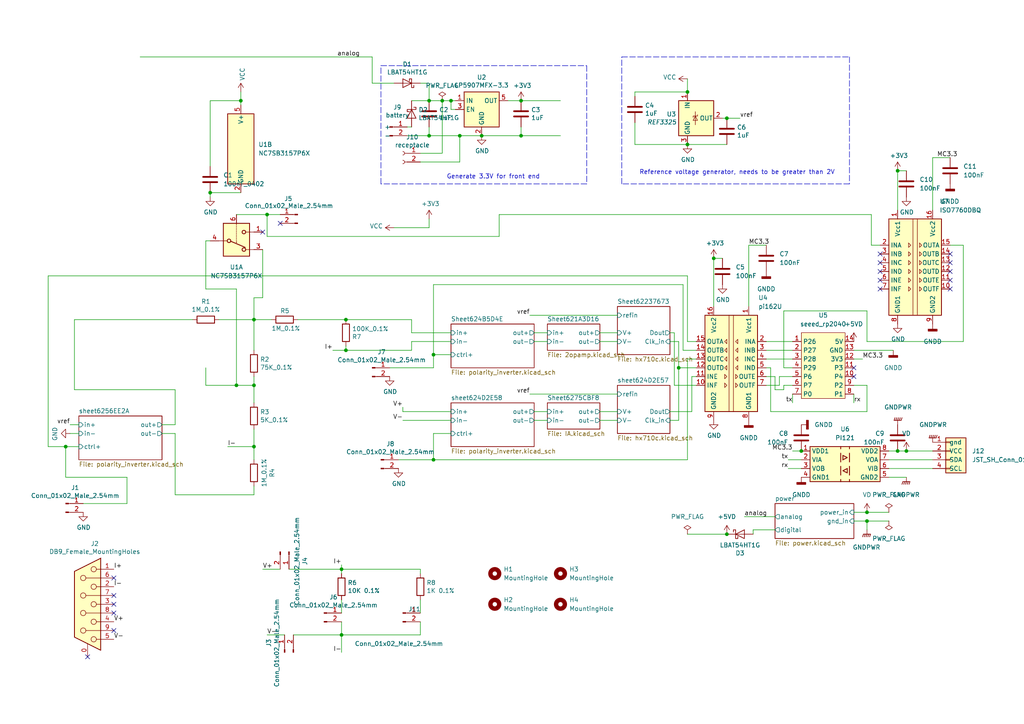
<source format=kicad_sch>
(kicad_sch (version 20211123) (generator eeschema)
  (paper "A4")
  (lib_symbols
    (symbol "0JLC-6:100K_0.1%" (pin_numbers hide) (pin_names (offset 0))
      (property "Reference" "R" (at 2.032 0 90))
      (property "Value" "100K_0.1%" (at 0 0 90))
      (symbol "100K_0.1%_1_1"
        (pin passive line (at 0 3.81 270) (length 1.27) (name "~") (number "1"))
        (pin passive line (at 0 -3.81 90) (length 1.27) (name "~") (number "2"))
      )
    )
    (symbol "0JLC-6:100nF" (pin_numbers hide) (pin_names (offset 0.254))
      (property "Reference" "C" (at 0.635 2.54 0))
      (property "Value" "100nF" (at 0.635 -2.54 0))
      (symbol "100nF_1_1"
        (pin passive line (at 0 3.81 270) (length 2.794) (name "~") (number "1"))
        (pin passive line (at 0 -3.81 90) (length 2.794) (name "~") (number "2"))
      )
    )
    (symbol "0JLC-6:100nF_0402" (pin_numbers hide) (pin_names (offset 0.254))
      (property "Reference" "C" (at 0.635 2.54 0))
      (property "Value" "100nF_0402" (at 0.635 -2.54 0))
      (symbol "100nF_0402_1_1"
        (pin passive line (at 0 3.81 270) (length 2.794) (name "~") (number "1"))
        (pin passive line (at 0 -3.81 90) (length 2.794) (name "~") (number "2"))
      )
    )
    (symbol "0JLC-6:10K" (pin_numbers hide) (pin_names (offset 0))
      (property "Reference" "R" (at 2.032 0 90))
      (property "Value" "10K" (at 0 0 90))
      (symbol "10K_1_1"
        (pin passive line (at 0 3.81 270) (length 1.27) (name "~") (number "1"))
        (pin passive line (at 0 -3.81 90) (length 1.27) (name "~") (number "2"))
      )
    )
    (symbol "0JLC-6:1K" (pin_numbers hide) (pin_names (offset 0))
      (property "Reference" "R" (at 2.032 0 90))
      (property "Value" "1K" (at 0 0 90))
      (symbol "1K_1_1"
        (pin passive line (at 0 3.81 270) (length 1.27) (name "~") (number "1"))
        (pin passive line (at 0 -3.81 90) (length 1.27) (name "~") (number "2"))
      )
    )
    (symbol "0JLC-6:1M_0.1%" (pin_numbers hide) (pin_names (offset 0))
      (property "Reference" "R" (at 2.032 0 90))
      (property "Value" "1M_0.1%" (at 0 0 90))
      (symbol "1M_0.1%_1_1"
        (pin passive line (at 0 3.81 270) (length 1.27) (name "~") (number "1"))
        (pin passive line (at 0 -3.81 90) (length 1.27) (name "~") (number "2"))
      )
    )
    (symbol "0JLC-6:1uF" (pin_numbers hide) (pin_names (offset 0.254))
      (property "Reference" "C" (at 0.635 2.54 0))
      (property "Value" "1uF" (at 0.635 -2.54 0))
      (symbol "1uF_1_1"
        (pin passive line (at 0 3.81 270) (length 2.794) (name "~") (number "1"))
        (pin passive line (at 0 -3.81 90) (length 2.794) (name "~") (number "2"))
      )
    )
    (symbol "0JLC-6:5K_0.1%" (pin_numbers hide) (pin_names (offset 0))
      (property "Reference" "R" (at 2.032 0 90))
      (property "Value" "5K_0.1%" (at 0 0 90))
      (symbol "5K_0.1%_1_1"
        (pin passive line (at 0 3.81 270) (length 1.27) (name "~") (number "1"))
        (pin passive line (at 0 -3.81 90) (length 1.27) (name "~") (number "2"))
      )
    )
    (symbol "0JLC-6:75K_0.1%" (pin_numbers hide) (pin_names (offset 0))
      (property "Reference" "R" (at 2.032 0 90))
      (property "Value" "75K_0.1%" (at 0 0 90))
      (symbol "75K_0.1%_1_1"
        (pin passive line (at 0 3.81 270) (length 1.27) (name "~") (number "1"))
        (pin passive line (at 0 -3.81 90) (length 1.27) (name "~") (number "2"))
      )
    )
    (symbol "0JLC-6:Conn_01x02_Male_2.54mm" (pin_names (offset 1.016) hide)
      (property "Reference" "J" (at 0 2.54 0))
      (property "Value" "Conn_01x02_Male_2.54mm" (at 0 -5.08 0))
      (symbol "Conn_01x02_Male_2.54mm_1_1"
        (pin passive line (at 5.08 0 180) (length 3.81) (name "Pin_1") (number "1"))
        (pin passive line (at 5.08 -2.54 180) (length 3.81) (name "Pin_2") (number "2"))
      )
    )
    (symbol "0JLC-6:JST-B2B-PH" (pin_names (offset 1.016))
      (property "Reference" "J" (at 0 2.54 0))
      (property "Value" "JST-B2B-PH" (at 0 -5.08 0))
      (symbol "JST-B2B-PH_1_1"
        (pin passive line (at 5.08 0 180) (length 3.81) (name "+") (number "1"))
        (pin passive line (at 5.08 -2.54 180) (length 3.81) (name "-") (number "2"))
      )
    )
    (symbol "0JLC-6:JST_SH_Conn_01x04_i2c_horizontal" (pin_names (offset 1.016))
      (property "Reference" "J" (at 0 5.08 0))
      (property "Value" "JST_SH_Conn_01x04_i2c_horizontal" (at 0 -7.62 0))
      (symbol "JST_SH_Conn_01x04_i2c_horizontal_1_1"
        (pin passive line (at -5.08 2.54 0) (length 3.81) (name "gnd") (number "1"))
        (pin passive line (at -5.08 0 0) (length 3.81) (name "VCC") (number "2"))
        (pin passive line (at -5.08 -2.54 0) (length 3.81) (name "SDA") (number "3"))
        (pin passive line (at -5.08 -5.08 0) (length 3.81) (name "SCL") (number "4"))
      )
    )
    (symbol "0JLC-6:LBAT54HT1G" (pin_numbers hide) (pin_names (offset 1.016) hide)
      (property "Reference" "D" (at 0 2.54 0))
      (property "Value" "LBAT54HT1G" (at 0 -2.54 0))
      (symbol "LBAT54HT1G_1_1"
        (pin passive line (at -3.81 0 0) (length 2.54) (name "K") (number "1"))
        (pin passive line (at 3.81 0 180) (length 2.54) (name "A") (number "2"))
      )
    )
    (symbol "0JLC-6:LP5907MFX-3.3"
      (property "Reference" "U" (at -3.81 6.35 0))
      (property "Value" "LP5907MFX-3.3" (at 6.35 6.35 0))
      (symbol "LP5907MFX-3.3_0_1"
        (pin power_in line (at -7.62 2.54 0) (length 2.54) (name "IN") (number "1"))
        (pin power_in line (at 0 -7.62 90) (length 2.54) (name "GND") (number "2"))
        (pin input line (at -7.62 0 0) (length 2.54) (name "EN") (number "3"))
        (pin no_connect line (at 5.08 0 180) (length 2.54) hide (name "NC") (number "4"))
        (pin power_out line (at 7.62 2.54 180) (length 2.54) (name "OUT") (number "5"))
      )
    )
    (symbol "0JLC-6:PI121"
      (property "Reference" "U" (at -8.89 6.35 0))
      (property "Value" "PI121" (at 1.27 6.35 0))
      (symbol "PI121_1_1"
        (pin power_in line (at -12.7 3.81 0) (length 2.54) (name "VDD1") (number "1"))
        (pin input line (at -12.7 1.27 0) (length 2.54) (name "VIA") (number "2"))
        (pin output line (at -12.7 -1.27 0) (length 2.54) (name "VOB") (number "3"))
        (pin power_in line (at -12.7 -3.81 0) (length 2.54) (name "GND1") (number "4"))
        (pin power_in line (at 12.7 -3.81 180) (length 2.54) (name "GND2") (number "5"))
        (pin input line (at 12.7 -1.27 180) (length 2.54) (name "VIB") (number "6"))
        (pin output line (at 12.7 1.27 180) (length 2.54) (name "VOA") (number "7"))
        (pin power_in line (at 12.7 3.81 180) (length 2.54) (name "VDD2") (number "8"))
      )
    )
    (symbol "Analog_Switch:NC7SB3157P6X" (pin_names (offset 0.127))
      (property "Reference" "U" (at -3.175 4.699 0))
      (property "Value" "NC7SB3157P6X" (at -3.175 2.921 0))
      (symbol "NC7SB3157P6X_1_1"
        (pin passive line (at 7.62 -5.08 180) (length 2.54) (name "~") (number "1"))
        (pin passive line (at 7.62 0 180) (length 2.54) (name "~") (number "3"))
        (pin passive line (at -7.62 -2.54 0) (length 2.54) (name "~") (number "4"))
        (pin input line (at 0 -10.16 90) (length 2.54) (name "~") (number "6"))
      )
      (symbol "NC7SB3157P6X_2_0"
        (pin power_in line (at 0 -12.7 90) (length 2.54) (name "GND") (number "2"))
        (pin power_in line (at 0 12.7 270) (length 2.54) (name "V+") (number "5"))
      )
    )
    (symbol "Connector:Conn_01x02_Female" (pin_names (offset 1.016) hide)
      (property "Reference" "J" (at 0 2.54 0))
      (property "Value" "Conn_01x02_Female" (at 0 -5.08 0))
      (symbol "Conn_01x02_Female_1_1"
        (pin passive line (at -5.08 0 0) (length 3.81) (name "Pin_1") (number "1"))
        (pin passive line (at -5.08 -2.54 0) (length 3.81) (name "Pin_2") (number "2"))
      )
    )
    (symbol "Connector:DB9_Female_MountingHoles" (pin_names (offset 1.016) hide)
      (property "Reference" "J" (at 0 16.51 0))
      (property "Value" "DB9_Female_MountingHoles" (at 0 14.605 0))
      (symbol "DB9_Female_MountingHoles_1_1"
        (pin passive line (at 0 -15.24 90) (length 3.81) (name "PAD") (number "0"))
        (pin passive line (at -7.62 10.16 0) (length 3.81) (name "1") (number "1"))
        (pin passive line (at -7.62 5.08 0) (length 3.81) (name "2") (number "2"))
        (pin passive line (at -7.62 0 0) (length 3.81) (name "3") (number "3"))
        (pin passive line (at -7.62 -5.08 0) (length 3.81) (name "4") (number "4"))
        (pin passive line (at -7.62 -10.16 0) (length 3.81) (name "5") (number "5"))
        (pin passive line (at -7.62 7.62 0) (length 3.81) (name "6") (number "6"))
        (pin passive line (at -7.62 2.54 0) (length 3.81) (name "7") (number "7"))
        (pin passive line (at -7.62 -2.54 0) (length 3.81) (name "8") (number "8"))
        (pin passive line (at -7.62 -7.62 0) (length 3.81) (name "9") (number "9"))
      )
    )
    (symbol "Isolator:ISO7760DBQ"
      (property "Reference" "U" (at 8.255 14.605 0))
      (property "Value" "ISO7760DBQ" (at 8.255 12.065 0))
      (symbol "ISO7760DBQ_1_1"
        (pin power_in line (at -5.08 17.78 270) (length 2.54) (name "Vcc1") (number "1"))
        (pin output line (at 10.16 -5.08 180) (length 2.54) (name "OUTF") (number "10"))
        (pin output line (at 10.16 -2.54 180) (length 2.54) (name "OUTE") (number "11"))
        (pin output line (at 10.16 0 180) (length 2.54) (name "OUTD") (number "12"))
        (pin output line (at 10.16 2.54 180) (length 2.54) (name "OUTC") (number "13"))
        (pin output line (at 10.16 5.08 180) (length 2.54) (name "OUTB") (number "14"))
        (pin output line (at 10.16 7.62 180) (length 2.54) (name "OUTA") (number "15"))
        (pin power_in line (at 5.08 17.78 270) (length 2.54) (name "Vcc2") (number "16"))
        (pin input line (at -10.16 7.62 0) (length 2.54) (name "INA") (number "2"))
        (pin input line (at -10.16 5.08 0) (length 2.54) (name "INB") (number "3"))
        (pin input line (at -10.16 2.54 0) (length 2.54) (name "INC") (number "4"))
        (pin input line (at -10.16 0 0) (length 2.54) (name "IND") (number "5"))
        (pin input line (at -10.16 -2.54 0) (length 2.54) (name "INE") (number "6"))
        (pin input line (at -10.16 -5.08 0) (length 2.54) (name "INF") (number "7"))
        (pin power_in line (at -5.08 -15.24 90) (length 2.54) (name "GND1") (number "8"))
        (pin power_in line (at 5.08 -15.24 90) (length 2.54) (name "GND2") (number "9"))
      )
    )
    (symbol "Isolator:ISO7762DW"
      (property "Reference" "U" (at 8.255 14.605 0))
      (property "Value" "ISO7762DW" (at 8.255 12.065 0))
      (symbol "ISO7762DW_1_1"
        (pin power_in line (at -5.08 17.78 270) (length 2.54) (name "Vcc1") (number "1"))
        (pin input line (at 10.16 -5.08 180) (length 2.54) (name "INF") (number "10"))
        (pin input line (at 10.16 -2.54 180) (length 2.54) (name "INE") (number "11"))
        (pin output line (at 10.16 0 180) (length 2.54) (name "OUTD") (number "12"))
        (pin output line (at 10.16 2.54 180) (length 2.54) (name "OUTC") (number "13"))
        (pin output line (at 10.16 5.08 180) (length 2.54) (name "OUTB") (number "14"))
        (pin output line (at 10.16 7.62 180) (length 2.54) (name "OUTA") (number "15"))
        (pin power_in line (at 5.08 17.78 270) (length 2.54) (name "Vcc2") (number "16"))
        (pin input line (at -10.16 7.62 0) (length 2.54) (name "INA") (number "2"))
        (pin input line (at -10.16 5.08 0) (length 2.54) (name "INB") (number "3"))
        (pin input line (at -10.16 2.54 0) (length 2.54) (name "INC") (number "4"))
        (pin input line (at -10.16 0 0) (length 2.54) (name "IND") (number "5"))
        (pin output line (at -10.16 -2.54 0) (length 2.54) (name "OUTE") (number "6"))
        (pin output line (at -10.16 -5.08 0) (length 2.54) (name "OUTF") (number "7"))
        (pin power_in line (at -5.08 -15.24 90) (length 2.54) (name "GND1") (number "8"))
        (pin power_in line (at 5.08 -15.24 90) (length 2.54) (name "GND2") (number "9"))
      )
    )
    (symbol "Mechanical:MountingHole" (pin_names (offset 1.016))
      (property "Reference" "H" (at 0 5.08 0))
      (property "Value" "MountingHole" (at 0 3.175 0))
    )
    (symbol "Reference_Voltage:REF3033" (pin_names (offset 0.254))
      (property "Reference" "U" (at 0 6.35 0))
      (property "Value" "REF3033" (at 2.54 -6.35 0))
      (symbol "REF3033_1_1"
        (pin power_in line (at -2.54 7.62 270) (length 2.54) (name "IN") (number "1"))
        (pin power_out line (at 7.62 0 180) (length 2.54) (name "OUT") (number "2"))
        (pin power_in line (at -2.54 -7.62 90) (length 2.54) (name "GND") (number "3"))
      )
    )
    (symbol "power:+3.3V" (power) (pin_names (offset 0))
      (property "Value" "+3.3V" (at 0 3.556 0))
      (symbol "+3.3V_1_1"
        (pin power_in line (at 0 0 90) (length 0) hide (name "+3V3") (number "1"))
      )
    )
    (symbol "power:+5VD" (power) (pin_names (offset 0))
      (property "Value" "+5VD" (at 0 3.556 0))
      (symbol "+5VD_1_1"
        (pin power_in line (at 0 0 90) (length 0) hide (name "+5VD") (number "1"))
      )
    )
    (symbol "power:GND" (power) (pin_names (offset 0))
      (property "Value" "GND" (at 0 -3.81 0))
      (symbol "GND_1_1"
        (pin power_in line (at 0 0 270) (length 0) hide (name "GND") (number "1"))
      )
    )
    (symbol "power:GNDD" (power) (pin_names (offset 0))
      (property "Value" "GNDD" (at 0 -3.175 0))
      (symbol "GNDD_1_1"
        (pin power_in line (at 0 0 270) (length 0) hide (name "GNDD") (number "1"))
      )
    )
    (symbol "power:GNDPWR" (power) (pin_names (offset 0))
      (property "Value" "GNDPWR" (at 0 -3.302 0))
      (symbol "GNDPWR_1_1"
        (pin power_in line (at 0 0 270) (length 0) hide (name "GNDPWR") (number "1"))
      )
    )
    (symbol "power:PWR_FLAG" (power) (pin_numbers hide) (pin_names (offset 0) hide)
      (property "Value" "PWR_FLAG" (at 0 3.81 0))
      (symbol "PWR_FLAG_0_0"
        (pin power_out line (at 0 0 90) (length 0) (name "pwr") (number "1"))
      )
    )
    (symbol "power:VCC" (power) (pin_names (offset 0))
      (property "Value" "VCC" (at 0 3.81 0))
      (symbol "VCC_1_1"
        (pin power_in line (at 0 0 90) (length 0) hide (name "VCC") (number "1"))
      )
    )
    (symbol "power:VD" (power) (pin_names (offset 0))
      (property "Value" "VD" (at 0 3.81 0))
      (symbol "VD_1_1"
        (pin power_in line (at 0 0 90) (length 0) hide (name "VD") (number "1"))
      )
    )
    (symbol "schematic_library:seeed_rp2040"
      (property "Reference" "U" (at -2.54 1.27 0))
      (property "Value" "seeed_rp2040" (at 0 3.81 0))
      (symbol "seeed_rp2040_1_1"
        (pin bidirectional line (at -8.89 -2.54 0) (length 2.54) (name "P26") (number "1"))
        (pin bidirectional line (at 8.89 -12.7 180) (length 2.54) (name "P4") (number "10"))
        (pin bidirectional line (at 8.89 -10.16 180) (length 2.54) (name "P3") (number "11"))
        (pin power_out line (at 8.89 -7.62 180) (length 2.54) (name "3V3") (number "12"))
        (pin passive line (at 8.89 -5.08 180) (length 2.54) (name "GND") (number "13"))
        (pin passive line (at 8.89 -2.54 180) (length 2.54) (name "5V") (number "14"))
        (pin bidirectional line (at -8.89 -5.08 0) (length 2.54) (name "P27") (number "2"))
        (pin bidirectional line (at -8.89 -7.62 0) (length 2.54) (name "P28") (number "3"))
        (pin bidirectional line (at -8.89 -10.16 0) (length 2.54) (name "P29") (number "4"))
        (pin bidirectional line (at -8.89 -12.7 0) (length 2.54) (name "P6") (number "5"))
        (pin bidirectional line (at -8.89 -15.24 0) (length 2.54) (name "P7") (number "6"))
        (pin bidirectional line (at -8.89 -17.78 0) (length 2.54) (name "P0") (number "7"))
        (pin bidirectional line (at 8.89 -17.78 180) (length 2.54) (name "P1") (number "8"))
        (pin bidirectional line (at 8.89 -15.24 180) (length 2.54) (name "P2") (number "9"))
      )
    )
  )
  (junction (at 260.35 49.53))
  (junction (at 251.46 148.59))
  (junction (at 128.27 29.21))
  (junction (at 100.33 92.71))
  (junction (at 262.89 130.81))
  (junction (at 99.06 184.15))
  (junction (at 251.46 151.13))
  (junction (at 210.82 34.29))
  (junction (at 232.41 130.81))
  (junction (at 139.7 39.37))
  (junction (at 73.66 92.71))
  (junction (at 210.82 154.94))
  (junction (at 199.39 26.67))
  (junction (at 124.46 29.21))
  (junction (at 60.96 55.88))
  (junction (at 99.06 165.1))
  (junction (at 125.73 102.87))
  (junction (at 133.35 39.37))
  (junction (at 69.85 29.21))
  (junction (at 73.66 129.54))
  (junction (at 125.73 133.35))
  (junction (at 68.58 111.76))
  (junction (at 73.66 111.76))
  (junction (at 151.13 29.21))
  (junction (at 130.81 29.21))
  (junction (at 19.05 129.54))
  (junction (at 196.85 106.68))
  (junction (at 100.33 101.6))
  (junction (at 124.46 39.37))
  (junction (at 199.39 41.91))
  (junction (at 207.01 74.93))
  (junction (at 260.35 130.81))
  (junction (at 151.13 39.37))
  (junction (at 77.47 62.23))
  (no_connect (at 76.2 67.31))
  (no_connect (at 81.28 64.77))
  (no_connect (at 247.65 109.22))
  (no_connect (at 247.65 106.68))
  (no_connect (at 255.27 73.66))
  (no_connect (at 255.27 76.2))
  (no_connect (at 255.27 78.74))
  (no_connect (at 275.59 76.2))
  (no_connect (at 275.59 78.74))
  (no_connect (at 275.59 83.82))
  (no_connect (at 275.59 81.28))
  (no_connect (at 255.27 81.28))
  (no_connect (at 255.27 83.82))
  (no_connect (at 275.59 73.66))
  (no_connect (at 25.4 190.5))
  (no_connect (at 33.02 182.88))
  (no_connect (at 33.02 167.64))
  (no_connect (at 33.02 172.72))
  (no_connect (at 33.02 175.26))
  (no_connect (at 33.02 177.8))
  (wire (pts (xy 121.92 165.1) (xy 121.92 166.37)))
  (wire (pts (xy 124.46 39.37) (xy 133.35 39.37)))
  (wire (pts (xy 133.35 39.37) (xy 139.7 39.37)))
  (wire (pts (xy 77.47 184.15) (xy 82.55 184.15)))
  (wire (pts (xy 119.38 29.21) (xy 124.46 29.21)))
  (wire (pts (xy 194.31 99.06) (xy 196.85 99.06)))
  (wire (pts (xy 24.13 146.05) (xy 36.83 146.05)))
  (wire (pts (xy 228.6 135.89) (xy 232.41 135.89)))
  (wire (pts (xy 201.93 109.22) (xy 200.66 109.22)))
  (wire (pts (xy 21.59 113.03) (xy 21.59 92.71)))
  (wire (pts (xy 154.94 121.92) (xy 158.75 121.92)))
  (wire (pts (xy 279.4 99.06) (xy 251.46 99.06)))
  (wire (pts (xy 50.8 125.73) (xy 50.8 143.51)))
  (wire (pts (xy 19.05 129.54) (xy 22.86 129.54)))
  (polyline (pts (xy 170.18 53.34) (xy 110.49 53.34)))
  (wire (pts (xy 69.85 29.21) (xy 69.85 30.48)))
  (wire (pts (xy 115.57 133.35) (xy 125.73 133.35)))
  (wire (pts (xy 99.06 180.34) (xy 99.06 184.15)))
  (wire (pts (xy 118.11 36.83) (xy 119.38 36.83)))
  (wire (pts (xy 107.95 24.13) (xy 107.95 16.51)))
  (wire (pts (xy 50.8 123.19) (xy 50.8 113.03)))
  (wire (pts (xy 217.17 71.12) (xy 222.25 71.12)))
  (wire (pts (xy 121.92 173.99) (xy 121.92 177.8)))
  (wire (pts (xy 251.46 119.38) (xy 223.52 119.38)))
  (wire (pts (xy 130.81 99.06) (xy 119.38 99.06)))
  (wire (pts (xy 200.66 109.22) (xy 200.66 119.38)))
  (wire (pts (xy 121.92 184.15) (xy 99.06 184.15)))
  (wire (pts (xy 222.25 111.76) (xy 226.06 111.76)))
  (wire (pts (xy 100.33 100.33) (xy 100.33 101.6)))
  (wire (pts (xy 210.82 34.29) (xy 214.63 34.29)))
  (wire (pts (xy 227.33 113.03) (xy 227.33 111.76)))
  (wire (pts (xy 196.85 99.06) (xy 196.85 106.68)))
  (wire (pts (xy 119.38 99.06) (xy 119.38 101.6)))
  (wire (pts (xy 68.58 83.82) (xy 59.69 83.82)))
  (wire (pts (xy 69.85 26.67) (xy 69.85 29.21)))
  (wire (pts (xy 119.38 101.6) (xy 100.33 101.6)))
  (wire (pts (xy 162.56 39.37) (xy 151.13 39.37)))
  (wire (pts (xy 251.46 151.13) (xy 257.81 151.13)))
  (wire (pts (xy 99.06 184.15) (xy 99.06 189.23)))
  (wire (pts (xy 125.73 133.35) (xy 125.73 125.73)))
  (wire (pts (xy 73.66 86.36) (xy 73.66 92.71)))
  (wire (pts (xy 125.73 133.35) (xy 199.39 133.35)))
  (wire (pts (xy 198.12 82.55) (xy 125.73 82.55)))
  (wire (pts (xy 229.87 114.3) (xy 229.87 116.84)))
  (wire (pts (xy 130.81 119.38) (xy 116.84 119.38)))
  (wire (pts (xy 218.44 153.67) (xy 218.44 154.94)))
  (wire (pts (xy 19.05 129.54) (xy 13.97 129.54)))
  (wire (pts (xy 257.81 135.89) (xy 270.51 135.89)))
  (wire (pts (xy 50.8 143.51) (xy 73.66 143.51)))
  (wire (pts (xy 196.85 121.92) (xy 194.31 121.92)))
  (wire (pts (xy 73.66 92.71) (xy 73.66 101.6)))
  (wire (pts (xy 251.46 90.17) (xy 227.33 90.17)))
  (wire (pts (xy 147.32 29.21) (xy 151.13 29.21)))
  (wire (pts (xy 196.85 106.68) (xy 196.85 121.92)))
  (wire (pts (xy 77.47 68.58) (xy 144.78 68.58)))
  (wire (pts (xy 66.04 129.54) (xy 73.66 129.54)))
  (wire (pts (xy 59.69 69.85) (xy 60.96 69.85)))
  (wire (pts (xy 19.05 138.43) (xy 19.05 129.54)))
  (wire (pts (xy 73.66 109.22) (xy 73.66 111.76)))
  (wire (pts (xy 227.33 111.76) (xy 229.87 111.76)))
  (wire (pts (xy 144.78 62.23) (xy 252.73 62.23)))
  (wire (pts (xy 59.69 83.82) (xy 59.69 69.85)))
  (wire (pts (xy 154.94 119.38) (xy 158.75 119.38)))
  (wire (pts (xy 247.65 101.6) (xy 259.08 101.6)))
  (wire (pts (xy 215.9 149.86) (xy 224.79 149.86)))
  (wire (pts (xy 251.46 111.76) (xy 251.46 119.38)))
  (wire (pts (xy 73.66 92.71) (xy 78.74 92.71)))
  (wire (pts (xy 228.6 133.35) (xy 232.41 133.35)))
  (wire (pts (xy 124.46 29.21) (xy 128.27 29.21)))
  (wire (pts (xy 36.83 146.05) (xy 36.83 138.43)))
  (wire (pts (xy 144.78 68.58) (xy 144.78 62.23)))
  (wire (pts (xy 251.46 151.13) (xy 251.46 153.67)))
  (wire (pts (xy 60.96 55.88) (xy 60.96 57.15)))
  (wire (pts (xy 207.01 74.93) (xy 209.55 74.93)))
  (wire (pts (xy 251.46 148.59) (xy 247.65 148.59)))
  (wire (pts (xy 198.12 101.6) (xy 198.12 82.55)))
  (wire (pts (xy 132.08 31.75) (xy 130.81 31.75)))
  (wire (pts (xy 247.65 111.76) (xy 251.46 111.76)))
  (wire (pts (xy 99.06 165.1) (xy 99.06 166.37)))
  (wire (pts (xy 116.84 119.38) (xy 116.84 118.11)))
  (wire (pts (xy 73.66 111.76) (xy 73.66 116.84)))
  (wire (pts (xy 21.59 92.71) (xy 55.88 92.71)))
  (wire (pts (xy 63.5 92.71) (xy 73.66 92.71)))
  (wire (pts (xy 223.52 119.38) (xy 223.52 106.68)))
  (wire (pts (xy 199.39 104.14) (xy 201.93 104.14)))
  (wire (pts (xy 260.35 130.81) (xy 262.89 130.81)))
  (wire (pts (xy 199.39 41.91) (xy 184.15 41.91)))
  (wire (pts (xy 121.92 44.45) (xy 128.27 44.45)))
  (wire (pts (xy 226.06 109.22) (xy 229.87 109.22)))
  (wire (pts (xy 60.96 48.26) (xy 60.96 29.21)))
  (wire (pts (xy 226.06 111.76) (xy 226.06 109.22)))
  (wire (pts (xy 252.73 62.23) (xy 252.73 71.12)))
  (wire (pts (xy 260.35 49.53) (xy 262.89 49.53)))
  (wire (pts (xy 99.06 173.99) (xy 99.06 177.8)))
  (wire (pts (xy 251.46 148.59) (xy 257.81 148.59)))
  (wire (pts (xy 116.84 121.92) (xy 130.81 121.92)))
  (wire (pts (xy 154.94 99.06) (xy 158.75 99.06)))
  (polyline (pts (xy 246.38 16.51) (xy 246.38 53.34)))
  (wire (pts (xy 270.51 45.72) (xy 270.51 60.96)))
  (wire (pts (xy 179.07 114.3) (xy 153.67 114.3)))
  (wire (pts (xy 133.35 46.99) (xy 133.35 39.37)))
  (wire (pts (xy 121.92 24.13) (xy 124.46 24.13)))
  (wire (pts (xy 119.38 92.71) (xy 119.38 96.52)))
  (polyline (pts (xy 180.34 53.34) (xy 180.34 16.51)))
  (wire (pts (xy 179.07 91.44) (xy 153.67 91.44)))
  (wire (pts (xy 50.8 113.03) (xy 21.59 113.03)))
  (wire (pts (xy 107.95 16.51) (xy 40.64 16.51)))
  (wire (pts (xy 247.65 114.3) (xy 247.65 116.84)))
  (wire (pts (xy 275.59 71.12) (xy 279.4 71.12)))
  (polyline (pts (xy 110.49 19.05) (xy 170.18 19.05)))
  (wire (pts (xy 86.36 92.71) (xy 100.33 92.71)))
  (polyline (pts (xy 110.49 53.34) (xy 110.49 19.05)))
  (wire (pts (xy 121.92 46.99) (xy 133.35 46.99)))
  (wire (pts (xy 199.39 80.01) (xy 199.39 99.06)))
  (wire (pts (xy 257.81 130.81) (xy 260.35 130.81)))
  (wire (pts (xy 125.73 106.68) (xy 125.73 102.87)))
  (wire (pts (xy 195.58 111.76) (xy 201.93 111.76)))
  (polyline (pts (xy 170.18 19.05) (xy 170.18 53.34)))
  (polyline (pts (xy 180.34 16.51) (xy 246.38 16.51)))
  (wire (pts (xy 130.81 29.21) (xy 132.08 29.21)))
  (wire (pts (xy 199.39 99.06) (xy 201.93 99.06)))
  (wire (pts (xy 179.07 119.38) (xy 173.99 119.38)))
  (wire (pts (xy 99.06 165.1) (xy 121.92 165.1)))
  (wire (pts (xy 130.81 31.75) (xy 130.81 29.21)))
  (wire (pts (xy 69.85 55.88) (xy 60.96 55.88)))
  (wire (pts (xy 68.58 111.76) (xy 68.58 83.82)))
  (wire (pts (xy 76.2 72.39) (xy 76.2 86.36)))
  (wire (pts (xy 184.15 41.91) (xy 184.15 35.56)))
  (wire (pts (xy 195.58 96.52) (xy 195.58 111.76)))
  (wire (pts (xy 73.66 129.54) (xy 73.66 133.35)))
  (wire (pts (xy 77.47 62.23) (xy 81.28 62.23)))
  (wire (pts (xy 173.99 99.06) (xy 179.07 99.06)))
  (wire (pts (xy 196.85 106.68) (xy 201.93 106.68)))
  (wire (pts (xy 199.39 22.86) (xy 199.39 26.67)))
  (wire (pts (xy 199.39 154.94) (xy 210.82 154.94)))
  (wire (pts (xy 68.58 111.76) (xy 73.66 111.76)))
  (wire (pts (xy 227.33 106.68) (xy 229.87 106.68)))
  (wire (pts (xy 247.65 151.13) (xy 251.46 151.13)))
  (wire (pts (xy 46.99 125.73) (xy 50.8 125.73)))
  (wire (pts (xy 125.73 125.73) (xy 130.81 125.73)))
  (wire (pts (xy 222.25 109.22) (xy 224.79 109.22)))
  (wire (pts (xy 201.93 101.6) (xy 198.12 101.6)))
  (wire (pts (xy 257.81 138.43) (xy 262.89 138.43)))
  (wire (pts (xy 13.97 129.54) (xy 13.97 80.01)))
  (wire (pts (xy 179.07 96.52) (xy 173.99 96.52)))
  (wire (pts (xy 199.39 133.35) (xy 199.39 104.14)))
  (wire (pts (xy 81.28 165.1) (xy 76.2 165.1)))
  (wire (pts (xy 99.06 163.83) (xy 99.06 165.1)))
  (wire (pts (xy 260.35 49.53) (xy 260.35 60.96)))
  (wire (pts (xy 184.15 26.67) (xy 199.39 26.67)))
  (wire (pts (xy 68.58 62.23) (xy 77.47 62.23)))
  (wire (pts (xy 227.33 90.17) (xy 227.33 106.68)))
  (wire (pts (xy 209.55 34.29) (xy 210.82 34.29)))
  (wire (pts (xy 279.4 71.12) (xy 279.4 99.06)))
  (wire (pts (xy 210.82 41.91) (xy 199.39 41.91)))
  (wire (pts (xy 46.99 123.19) (xy 50.8 123.19)))
  (wire (pts (xy 252.73 71.12) (xy 255.27 71.12)))
  (wire (pts (xy 59.69 106.68) (xy 59.69 111.76)))
  (wire (pts (xy 194.31 119.38) (xy 200.66 119.38)))
  (wire (pts (xy 224.79 113.03) (xy 227.33 113.03)))
  (wire (pts (xy 251.46 99.06) (xy 251.46 90.17)))
  (wire (pts (xy 114.3 66.04) (xy 124.46 66.04)))
  (wire (pts (xy 20.32 123.19) (xy 22.86 123.19)))
  (wire (pts (xy 100.33 92.71) (xy 119.38 92.71)))
  (wire (pts (xy 222.25 104.14) (xy 229.87 104.14)))
  (wire (pts (xy 125.73 102.87) (xy 130.81 102.87)))
  (wire (pts (xy 59.69 111.76) (xy 68.58 111.76)))
  (wire (pts (xy 121.92 180.34) (xy 121.92 184.15)))
  (wire (pts (xy 125.73 82.55) (xy 125.73 102.87)))
  (wire (pts (xy 13.97 80.01) (xy 199.39 80.01)))
  (wire (pts (xy 36.83 138.43) (xy 19.05 138.43)))
  (wire (pts (xy 195.58 96.52) (xy 194.31 96.52)))
  (wire (pts (xy 217.17 71.12) (xy 217.17 88.9)))
  (wire (pts (xy 128.27 29.21) (xy 130.81 29.21)))
  (wire (pts (xy 76.2 86.36) (xy 73.66 86.36)))
  (wire (pts (xy 114.3 24.13) (xy 107.95 24.13)))
  (wire (pts (xy 222.25 101.6) (xy 229.87 101.6)))
  (wire (pts (xy 73.66 124.46) (xy 73.66 129.54)))
  (polyline (pts (xy 246.38 53.34) (xy 180.34 53.34)))
  (wire (pts (xy 60.96 29.21) (xy 69.85 29.21)))
  (wire (pts (xy 229.87 130.81) (xy 232.41 130.81)))
  (wire (pts (xy 128.27 44.45) (xy 128.27 29.21)))
  (wire (pts (xy 113.03 106.68) (xy 125.73 106.68)))
  (wire (pts (xy 124.46 63.5) (xy 124.46 66.04)))
  (wire (pts (xy 247.65 104.14) (xy 250.19 104.14)))
  (wire (pts (xy 257.81 133.35) (xy 270.51 133.35)))
  (wire (pts (xy 124.46 36.83) (xy 124.46 39.37)))
  (wire (pts (xy 173.99 121.92) (xy 179.07 121.92)))
  (wire (pts (xy 85.09 184.15) (xy 99.06 184.15)))
  (wire (pts (xy 77.47 62.23) (xy 77.47 68.58)))
  (wire (pts (xy 151.13 29.21) (xy 162.56 29.21)))
  (wire (pts (xy 83.82 165.1) (xy 99.06 165.1)))
  (wire (pts (xy 124.46 24.13) (xy 124.46 29.21)))
  (wire (pts (xy 96.52 101.6) (xy 100.33 101.6)))
  (wire (pts (xy 73.66 140.97) (xy 73.66 143.51)))
  (wire (pts (xy 270.51 45.72) (xy 275.59 45.72)))
  (wire (pts (xy 151.13 39.37) (xy 139.7 39.37)))
  (wire (pts (xy 119.38 96.52) (xy 130.81 96.52)))
  (wire (pts (xy 223.52 106.68) (xy 222.25 106.68)))
  (wire (pts (xy 207.01 74.93) (xy 207.01 88.9)))
  (wire (pts (xy 154.94 96.52) (xy 158.75 96.52)))
  (wire (pts (xy 262.89 130.81) (xy 270.51 130.81)))
  (wire (pts (xy 222.25 99.06) (xy 229.87 99.06)))
  (wire (pts (xy 151.13 36.83) (xy 151.13 39.37)))
  (wire (pts (xy 224.79 153.67) (xy 218.44 153.67)))
  (wire (pts (xy 20.32 125.73) (xy 22.86 125.73)))
  (wire (pts (xy 224.79 109.22) (xy 224.79 113.03)))
  (wire (pts (xy 184.15 27.94) (xy 184.15 26.67)))
  (wire (pts (xy 118.11 39.37) (xy 124.46 39.37)))
  (text "Reference voltage generator, needs to be greater than 2V\n" (at 185.42 50.8 0) (effects (font (size 1.27 1.27)) (justify left bottom)))
  (text "Generate 3.3V for front end" (at 129.54 52.07 0) (effects (font (size 1.27 1.27)) (justify left bottom)))
  (label "vref" (at 153.67 91.44 180))
  (label "I-" (at 33.02 170.18 0))
  (label "V-" (at 116.84 121.92 180))
  (label "MC3.3" (at 217.17 71.12 0))
  (label "analog" (at 215.9 149.86 0))
  (label "V+" (at 116.84 118.11 180))
  (label "I+" (at 99.06 163.83 180))
  (label "I+" (at 96.52 101.6 180))
  (label "tx" (at 228.6 133.35 180))
  (label "rx" (at 228.6 135.89 180))
  (label "V-" (at 77.47 184.15 0))
  (label "I-" (at 66.04 129.54 0))
  (label "I+" (at 33.02 165.1 0))
  (label "analog" (at 97.79 16.51 0))
  (label "MC3.3" (at 271.78 45.72 0))
  (label "vref" (at 20.32 123.19 180))
  (label "V-" (at 33.02 185.42 0))
  (label "vref" (at 153.67 114.3 180))
  (label "rx" (at 247.65 116.84 0))
  (label "I-" (at 99.06 189.23 180))
  (label "V+" (at 76.2 165.1 0))
  (label "V+" (at 33.02 180.34 0))
  (label "tx" (at 229.87 116.84 180))
  (label "vref" (at 214.63 34.29 0))
  (label "MC3.3" (at 229.87 130.81 180))
  (label "MC3.3" (at 250.19 104.14 0))
  (symbol (lib_id "0JLC-6:1M_0.1%") (at 59.69 92.71 270) (unit 1)
    (property "Reference" "R1" (at 59.69 87.4522 90))
    (property "Value" "1M_0.1%" (at 59.69 89.7636 90))
    (property "Footprint" "Resistor_SMD:R_1206_3216Metric_Pad1.42x1.75mm_HandSolder" (effects hide))
    (property "LCSC" "C130127" (effects hide))
    (property "MPN" "TC0625B1004T5E" (effects hide))
  )
  (symbol (lib_id "0JLC-6:1M_0.1%") (at 73.66 137.16 180) (unit 1)
    (property "Reference" "R4" (at 78.9178 137.16 90))
    (property "Value" "1M_0.1%" (at 76.6064 137.16 90))
    (property "Footprint" "Resistor_SMD:R_1206_3216Metric_Pad1.42x1.75mm_HandSolder" (effects hide))
    (property "LCSC" "C130127" (effects hide))
    (property "MPN" "TC0625B1004T5E" (effects hide))
  )
  (symbol (lib_id "0JLC-6:1M_0.1%") (at 82.55 92.71 270) (unit 1)
    (property "Reference" "R5" (at 81.28 90.17 90) (effects (justify left)))
    (property "Value" "1M_0.1%" (at 78.74 95.25 90) (effects (justify left)))
    (property "Footprint" "Resistor_SMD:R_1206_3216Metric_Pad1.42x1.75mm_HandSolder" (effects hide))
    (property "LCSC" "C130127" (effects hide))
    (property "MPN" "TC0625B1004T5E" (effects hide))
  )
  (symbol (lib_id "0JLC-6:LP5907MFX-3.3") (at 139.7 31.75 0) (unit 1)
    (property "Reference" "U2" (at 139.7 22.4282 0))
    (property "Value" "LP5907MFX-3.3" (at 139.7 24.7396 0))
    (property "Footprint" "Package_TO_SOT_SMD:SOT-23-5" (effects hide))
    (property "Datasheet" "http://www.ti.com/lit/ds/symlink/lp5907.pdf" (effects hide))
    (property "LCSC" "C80670" (effects hide))
    (property "MPN" "LP5907MFX-3.3/NOPB" (effects hide))
  )
  (symbol (lib_id "0JLC-6:1uF") (at 124.46 33.02 0) (unit 1)
    (property "Reference" "C2" (at 127.381 31.8516 0) (effects (justify left)))
    (property "Value" "1uF" (at 127.381 34.163 0) (effects (justify left)))
    (property "Footprint" "Capacitor_SMD:C_0603_1608Metric_Pad1.05x0.95mm_HandSolder" (effects hide))
    (property "LCSC" "C15849" (effects hide))
    (property "MPN" "CL10A105KB8NNNC" (effects hide))
  )
  (symbol (lib_id "0JLC-6:1uF") (at 151.13 33.02 0) (unit 1)
    (property "Reference" "C3" (at 154.051 31.8516 0) (effects (justify left)))
    (property "Value" "1uF" (at 154.051 34.163 0) (effects (justify left)))
    (property "Footprint" "Capacitor_SMD:C_0603_1608Metric_Pad1.05x0.95mm_HandSolder" (effects hide))
    (property "LCSC" "C15849" (effects hide))
    (property "MPN" "CL10A105KB8NNNC" (effects hide))
  )
  (symbol (lib_id "power:+3.3V") (at 151.13 29.21 0) (unit 1)
    (property "Reference" "#PWR010" (effects hide))
    (property "Value" "+3.3V" (at 151.511 24.8158 0))
  )
  (symbol (lib_id "power:GND") (at 139.7 39.37 0) (unit 1)
    (property "Reference" "#PWR09" (effects hide))
    (property "Value" "GND" (at 139.827 43.7642 0))
  )
  (symbol (lib_id "0JLC-6:75K_0.1%") (at 73.66 105.41 0) (unit 1)
    (property "Reference" "R2" (at 75.438 104.2416 0) (effects (justify left)))
    (property "Value" "75K_0.1%" (at 75.438 106.553 0) (effects (justify left)))
    (property "Footprint" "Resistor_SMD:R_0805_2012Metric_Pad1.15x1.40mm_HandSolder" (effects hide))
    (property "MPN" "TC0525B7502T5E" (effects hide))
    (property "LCSC" "C111588" (effects hide))
  )
  (symbol (lib_id "0JLC-6:10K") (at 99.06 170.18 0) (unit 1)
    (property "Reference" "R6" (at 100.838 169.0116 0) (effects (justify left)))
    (property "Value" "10K 0.1%" (at 100.838 171.323 0) (effects (justify left)))
    (property "Footprint" "Resistor_SMD:R_0603_1608Metric_Pad1.05x0.95mm_HandSolder" (effects hide))
    (property "LCSC" "C723396" (effects hide))
    (property "MPN" "AT0603BRD0710KL" (effects hide))
  )
  (symbol (lib_id "0JLC-6:Conn_01x02_Male_2.54mm") (at 86.36 62.23 0) (mirror y) (unit 1)
    (property "Reference" "J5" (at 83.6168 57.6326 0))
    (property "Value" "Conn_01x02_Male_2.54mm" (at 83.82 59.69 0))
    (property "LCSC" "C358684" (effects hide))
    (property "MPN" "MTP125-1102S1" (effects hide))
  )
  (symbol (lib_id "0JLC-6:Conn_01x02_Male_2.54mm") (at 93.98 177.8 0) (unit 1)
    (property "Reference" "J6" (at 96.7232 173.2026 0))
    (property "Value" "Conn_01x02_Male_2.54mm" (at 96.7232 175.514 0))
    (property "Footprint" "Connector_PinHeader_2.54mm:PinHeader_1x02_P2.54mm_Vertical" (effects hide))
    (property "LCSC" "C358684" (effects hide))
    (property "MPN" "MTP125-1102S1" (effects hide))
  )
  (symbol (lib_id "0JLC-6:Conn_01x02_Male_2.54mm") (at 116.84 177.8 0) (unit 1)
    (property "Reference" "J11" (at 118.4148 176.6824 0) (effects (justify left)))
    (property "Value" "Conn_01x02_Male_2.54mm" (at 102.87 186.69 0) (effects (justify left)))
    (property "Footprint" "Connector_PinHeader_2.54mm:PinHeader_1x02_P2.54mm_Vertical" (effects hide))
    (property "LCSC" "C358684" (effects hide))
    (property "MPN" "MTP125-1102S1" (effects hide))
  )
  (symbol (lib_id "power:+3.3V") (at 124.46 63.5 0) (unit 1)
    (property "Reference" "#PWR08" (effects hide))
    (property "Value" "+3.3V" (at 124.841 59.1058 0))
  )
  (symbol (lib_id "power:VCC") (at 114.3 66.04 90) (unit 1)
    (property "Reference" "#PWR06" (effects hide))
    (property "Value" "VCC" (at 111.0742 65.5828 90) (effects (justify left)))
  )
  (symbol (lib_id "power:GND") (at 20.32 125.73 270) (unit 1)
    (property "Reference" "#PWR01" (effects hide))
    (property "Value" "GND" (at 15.9258 125.857 0))
  )
  (symbol (lib_id "0JLC-6:JST-B2B-PH") (at 113.03 36.83 0) (unit 1)
    (property "Reference" "J9" (at 115.2398 31.115 0))
    (property "Value" "battery" (at 115.2398 33.4264 0))
    (property "Footprint" "Connector_JST:JST_PH_B2B-PH-K_1x02_P2.00mm_Vertical" (effects hide))
    (property "LCSC" "C131337" (effects hide))
    (property "MPN" "B2B-PH-K-S(LF)(SN)" (effects hide))
  )
  (symbol (lib_id "0JLC-6:5K_0.1%") (at 73.66 120.65 0) (unit 1)
    (property "Reference" "R3" (at 75.438 119.4816 0) (effects (justify left)))
    (property "Value" "5K_0.1%" (at 75.438 121.793 0) (effects (justify left)))
    (property "Footprint" "Resistor_SMD:R_0805_2012Metric_Pad1.15x1.40mm_HandSolder" (effects hide))
    (property "LCSC" "C78980" (effects hide))
    (property "MPN" "TC0525B5001T5E" (effects hide))
  )
  (symbol (lib_id "0JLC-6:100K_0.1%") (at 100.33 96.52 0) (mirror x) (unit 1)
    (property "Reference" "R7" (at 102.108 97.6884 0) (effects (justify left)))
    (property "Value" "100K_0.1%" (at 102.108 95.377 0) (effects (justify left)))
    (property "Footprint" "Resistor_SMD:R_0603_1608Metric_Pad1.05x0.95mm_HandSolder" (effects hide))
    (property "MPN" "RT0603BRD07100KL" (effects hide))
    (property "LCSC" "C122538" (effects hide))
  )
  (symbol (lib_id "Connector:Conn_01x02_Female") (at 116.84 44.45 0) (mirror y) (unit 1)
    (property "Reference" "J10" (at 119.5832 39.751 0))
    (property "Value" "receptacle" (at 119.5832 42.0624 0))
    (property "Footprint" "Connector_PinSocket_2.54mm:PinSocket_1x02_P2.54mm_Vertical" (effects hide))
    (property "LCSC" "C49661" (effects hide))
    (property "MPN" "HDR-TH_2P-P2.54-V-M" (effects hide))
  )
  (symbol (lib_id "power:PWR_FLAG") (at 128.27 29.21 0) (unit 1)
    (property "Reference" "#FLG01" (effects hide))
    (property "Value" "PWR_FLAG" (at 128.27 24.8158 0))
  )
  (symbol (lib_id "Reference_Voltage:REF3033") (at 201.93 34.29 0) (unit 1)
    (property "Reference" "U3" (at 196.1134 33.1216 0) (effects (justify right)))
    (property "Value" "REF3325" (at 196.1134 35.433 0) (effects (font italic) (justify right)))
    (property "Footprint" "Package_TO_SOT_SMD:SOT-23" (effects hide))
    (property "Datasheet" "http://www.ti.com/lit/ds/symlink/ref3033.pdf" (effects hide))
    (property "LCSC" "C69039" (effects hide))
    (property "MPN" "REF3325AIDBZR" (effects hide))
  )
  (symbol (lib_id "0JLC-6:1uF") (at 184.15 31.75 0) (unit 1)
    (property "Reference" "C4" (at 187.071 30.5816 0) (effects (justify left)))
    (property "Value" "1uF" (at 187.071 32.893 0) (effects (justify left)))
    (property "Footprint" "Capacitor_SMD:C_0603_1608Metric_Pad1.05x0.95mm_HandSolder" (effects hide))
    (property "LCSC" "C15849" (effects hide))
    (property "MPN" "CL10A105KB8NNNC" (effects hide))
  )
  (symbol (lib_id "0JLC-6:1uF") (at 210.82 38.1 0) (unit 1)
    (property "Reference" "C6" (at 213.741 36.9316 0) (effects (justify left)))
    (property "Value" "1uF" (at 213.741 39.243 0) (effects (justify left)))
    (property "Footprint" "Capacitor_SMD:C_0603_1608Metric_Pad1.05x0.95mm_HandSolder" (effects hide))
    (property "LCSC" "C15849" (effects hide))
    (property "MPN" "CL10A105KB8NNNC" (effects hide))
  )
  (symbol (lib_id "power:VCC") (at 199.39 22.86 90) (unit 1)
    (property "Reference" "#PWR011" (effects hide))
    (property "Value" "VCC" (at 196.1642 22.4028 90) (effects (justify left)))
  )
  (symbol (lib_id "Connector:DB9_Female_MountingHoles") (at 25.4 175.26 0) (mirror y) (unit 1)
    (property "Reference" "J2" (at 27.4828 157.6832 0))
    (property "Value" "DB9_Female_MountingHoles" (at 27.4828 159.9946 0))
    (property "Footprint" "0my_footprints:DSUB-TH_DS1037-09FNAKT74-0CC" (effects hide))
    (property "Datasheet" " ~" (effects hide))
    (property "LCSC" "C75749" (effects hide))
    (property "MPN" "DS1037-09FNAKT74-0CC" (effects hide))
  )
  (symbol (lib_id "0JLC-6:1K") (at 121.92 170.18 0) (unit 1)
    (property "Reference" "R8" (at 123.698 169.0116 0) (effects (justify left)))
    (property "Value" "1K 0.1%" (at 123.698 171.323 0) (effects (justify left)))
    (property "Footprint" "Resistor_SMD:R_0603_1608Metric_Pad1.05x0.95mm_HandSolder" (effects hide))
    (property "LCSC" "C328422" (effects hide))
    (property "MPN" "PTFR0603B1K00P9" (effects hide))
  )
  (symbol (lib_id "0JLC-6:Conn_01x02_Male_2.54mm") (at 83.82 160.02 270) (unit 1)
    (property "Reference" "J4" (at 88.4174 162.7632 0))
    (property "Value" "Conn_01x02_Male_2.54mm" (at 86.106 162.7632 0))
    (property "Footprint" "Connector_PinHeader_2.54mm:PinHeader_1x02_P2.54mm_Vertical" (effects hide))
    (property "LCSC" "C358684" (effects hide))
    (property "MPN" "MTP125-1102S1" (effects hide))
  )
  (symbol (lib_id "0JLC-6:Conn_01x02_Male_2.54mm") (at 82.55 189.23 90) (unit 1)
    (property "Reference" "J3" (at 77.9526 186.4868 0))
    (property "Value" "Conn_01x02_Male_2.54mm" (at 80.264 186.4868 0))
    (property "Footprint" "Connector_PinHeader_2.54mm:PinHeader_1x02_P2.54mm_Vertical" (effects hide))
    (property "LCSC" "C358684" (effects hide))
    (property "MPN" "MTP125-1102S1" (effects hide))
  )
  (symbol (lib_id "0JLC-6:LBAT54HT1G") (at 118.11 24.13 180) (unit 1)
    (property "Reference" "D1" (at 118.11 18.6436 0))
    (property "Value" "LBAT54HT1G" (at 118.11 20.955 0))
    (property "Footprint" "Diode_SMD:D_SOD-323" (effects hide))
    (property "LCSC" "C12744" (effects hide))
    (property "Field5" "LBAT54HT1G" (effects hide))
  )
  (symbol (lib_id "0JLC-6:LBAT54HT1G") (at 119.38 33.02 270) (unit 1)
    (property "Reference" "D2" (at 121.3866 31.8516 90) (effects (justify left)))
    (property "Value" "LBAT54HT1G" (at 121.3866 34.163 90) (effects (justify left)))
    (property "Footprint" "Diode_SMD:D_SOD-323" (effects hide))
    (property "LCSC" "C12744" (effects hide))
    (property "Field5" "LBAT54HT1G" (effects hide))
  )
  (symbol (lib_id "power:GND") (at 199.39 41.91 0) (unit 1)
    (property "Reference" "#PWR012" (effects hide))
    (property "Value" "GND" (at 199.517 46.3042 0))
  )
  (symbol (lib_id "0JLC-6:Conn_01x02_Male_2.54mm") (at 19.05 146.05 0) (unit 1)
    (property "Reference" "J1" (at 21.7932 141.4526 0))
    (property "Value" "Conn_01x02_Male_2.54mm" (at 21.7932 143.764 0))
    (property "LCSC" "C358684" (effects hide))
    (property "MPN" "MTP125-1102S1" (effects hide))
  )
  (symbol (lib_id "power:GND") (at 24.13 148.59 0) (unit 1)
    (property "Reference" "#PWR02" (effects hide))
    (property "Value" "GND" (at 24.257 152.9842 0))
  )
  (symbol (lib_id "0JLC-6:Conn_01x02_Male_2.54mm") (at 110.49 133.35 0) (unit 1)
    (property "Reference" "J8" (at 113.2332 128.7526 0))
    (property "Value" "Conn_01x02_Male_2.54mm" (at 113.2332 131.064 0))
    (property "LCSC" "C358684" (effects hide))
    (property "MPN" "MTP125-1102S1" (effects hide))
  )
  (symbol (lib_id "power:GND") (at 115.57 135.89 0) (unit 1)
    (property "Reference" "#PWR07" (effects hide))
    (property "Value" "GND" (at 115.697 140.2842 0))
  )
  (symbol (lib_id "0JLC-6:Conn_01x02_Male_2.54mm") (at 107.95 106.68 0) (unit 1)
    (property "Reference" "J7" (at 110.6932 102.0826 0))
    (property "Value" "Conn_01x02_Male_2.54mm" (at 110.6932 104.394 0))
    (property "LCSC" "C358684" (effects hide))
    (property "MPN" "MTP125-1102S1" (effects hide))
  )
  (symbol (lib_id "power:GND") (at 113.03 109.22 0) (unit 1)
    (property "Reference" "#PWR05" (effects hide))
    (property "Value" "GND" (at 113.157 113.6142 0))
  )
  (symbol (lib_id "power:+5VD") (at 247.65 99.06 0) (unit 1)
    (property "Reference" "#PWR021" (effects hide))
    (property "Value" "+5VD" (at 247.65 93.98 0))
  )
  (symbol (lib_id "0JLC-6:PI121") (at 245.11 134.62 0) (unit 1)
    (property "Reference" "U6" (at 245.11 124.46 0))
    (property "Value" "PI121" (at 245.11 127 0))
    (property "Footprint" "Package_SO:SOIC-8_3.9x4.9mm_P1.27mm" (effects hide))
    (property "Datasheet" "https://datasheet.lcsc.com/lcsc/2001131822_2Pai-Semi-%CF%80121U31_C471589.pdf" (effects hide))
    (property "LCSC" "C471589" (effects hide))
    (property "MPN" "π121U31" (effects hide))
  )
  (symbol (lib_id "power:GND") (at 262.89 57.15 0) (unit 1)
    (property "Reference" "#PWR028" (effects hide))
    (property "Value" "GND" (at 263.017 61.5442 0))
  )
  (symbol (lib_id "power:GND") (at 260.35 93.98 0) (unit 1)
    (property "Reference" "#PWR026" (effects hide))
    (property "Value" "GND" (at 260.477 98.3742 0))
  )
  (symbol (lib_id "power:GNDPWR") (at 270.51 128.27 180) (unit 1)
    (property "Reference" "#PWR032" (effects hide))
    (property "Value" "GNDPWR" (at 270.637 123.19 0))
  )
  (symbol (lib_id "power:GNDD") (at 259.08 101.6 0) (unit 1)
    (property "Reference" "#PWR024" (effects hide))
    (property "Value" "GNDD" (at 259.08 106.68 0))
  )
  (symbol (lib_id "power:PWR_FLAG") (at 257.81 151.13 180) (unit 1)
    (property "Reference" "#FLG04" (effects hide))
    (property "Value" "PWR_FLAG" (at 257.81 156.21 0))
  )
  (symbol (lib_id "Analog_Switch:NC7SB3157P6X") (at 68.58 72.39 0) (mirror x) (unit 1)
    (property "Reference" "U1" (at 68.58 77.47 0))
    (property "Value" "NC7SB3157P6X" (at 68.58 80.01 0))
    (property "Footprint" "Package_TO_SOT_SMD:SOT-363_SC-70-6" (effects hide))
    (property "Datasheet" "https://www.onsemi.com/pub/Collateral/NC7SB3157-D.PDF" (effects hide))
  )
  (symbol (lib_id "Analog_Switch:NC7SB3157P6X") (at 69.85 43.18 0) (unit 2)
    (property "Reference" "U1" (at 74.93 41.9099 0) (effects (justify left)))
    (property "Value" "NC7SB3157P6X" (at 74.93 44.4499 0) (effects (justify left)))
    (property "Footprint" "Package_TO_SOT_SMD:SOT-363_SC-70-6" (effects hide))
    (property "Datasheet" "https://www.onsemi.com/pub/Collateral/NC7SB3157-D.PDF" (effects hide))
  )
  (symbol (lib_id "0JLC-6:JST_SH_Conn_01x04_i2c_horizontal") (at 275.59 130.81 0) (unit 1)
    (property "Reference" "J12" (at 281.94 130.8099 0) (effects (justify left)))
    (property "Value" "JST_SH_Conn_01x04_i2c_horizontal" (at 281.94 133.3499 0) (effects (justify left)))
    (property "Footprint" "Connector_JST:JST_SH_SM04B-SRSS-TB_1x04-1MP_P1.00mm_Horizontal" (effects hide))
    (property "LCSC" "C371571" (effects hide))
    (property "MPN" "A1001WR-S" (effects hide))
  )
  (symbol (lib_id "power:GND") (at 60.96 57.15 0) (unit 1)
    (property "Reference" "#PWR03" (effects hide))
    (property "Value" "GND" (at 61.087 61.5442 0))
  )
  (symbol (lib_id "power:GNDPWR") (at 251.46 153.67 0) (unit 1)
    (property "Reference" "#PWR023" (effects hide))
    (property "Value" "GNDPWR" (at 251.333 158.75 0))
  )
  (symbol (lib_id "0JLC-6:100nF") (at 222.25 74.93 0) (unit 1)
    (property "Reference" "C7" (at 226.06 73.6599 0) (effects (justify left)))
    (property "Value" "100nF" (at 226.06 76.1999 0) (effects (justify left)))
    (property "Footprint" "Capacitor_SMD:C_0603_1608Metric_Pad1.08x0.95mm_HandSolder" (effects hide))
    (property "LCSC" "C14663" (effects hide))
    (property "MPN" "CC0603KRX7R9BB104" (effects hide))
  )
  (symbol (lib_id "power:GNDD") (at 222.25 78.74 0) (unit 1)
    (property "Reference" "#PWR018" (effects hide))
    (property "Value" "GNDD" (at 222.25 83.82 0))
  )
  (symbol (lib_id "Mechanical:MountingHole") (at 143.51 175.26 0) (unit 1)
    (property "Reference" "H2" (at 146.05 173.9899 0) (effects (justify left)))
    (property "Value" "MountingHole" (at 146.05 176.5299 0) (effects (justify left)))
    (property "Footprint" "MountingHole:MountingHole_3.2mm_M3_Pad" (effects hide))
  )
  (symbol (lib_id "0JLC-6:100nF") (at 260.35 127 0) (mirror x) (unit 1)
    (property "Reference" "C9" (at 256.54 125.7299 0) (effects (justify right)))
    (property "Value" "100nF" (at 256.54 128.2699 0) (effects (justify right)))
    (property "Footprint" "Capacitor_SMD:C_0603_1608Metric_Pad1.08x0.95mm_HandSolder" (effects hide))
    (property "LCSC" "C14663" (effects hide))
    (property "MPN" "CC0603KRX7R9BB104" (effects hide))
  )
  (symbol (lib_id "Isolator:ISO7760DBQ") (at 265.43 78.74 0) (unit 1)
    (property "Reference" "U7" (at 272.5294 58.42 0) (effects (justify left)))
    (property "Value" "ISO7760DBQ" (at 272.5294 60.96 0) (effects (justify left)))
    (property "Footprint" "Package_SO:SOIC-16_3.9x9.9mm_P1.27mm" (effects hide))
  )
  (symbol (lib_id "0JLC-6:100nF_0402") (at 60.96 52.07 0) (unit 1)
    (property "Reference" "C1" (at 64.77 50.7999 0) (effects (justify left)))
    (property "Value" "100nF_0402" (at 64.77 53.3399 0) (effects (justify left)))
    (property "Footprint" "Capacitor_SMD:C_0402_1005Metric" (effects hide))
    (property "LCSC" "C1525" (effects hide))
    (property "MPN" "CL05B104KO5NNNC" (effects hide))
  )
  (symbol (lib_id "Mechanical:MountingHole") (at 162.56 175.26 0) (unit 1)
    (property "Reference" "H4" (at 165.1 173.9899 0) (effects (justify left)))
    (property "Value" "MountingHole" (at 165.1 176.5299 0) (effects (justify left)))
    (property "Footprint" "MountingHole:MountingHole_3.2mm_M3_Pad" (effects hide))
  )
  (symbol (lib_id "power:PWR_FLAG") (at 257.81 148.59 0) (unit 1)
    (property "Reference" "#FLG03" (effects hide))
    (property "Value" "PWR_FLAG" (at 257.81 143.51 0))
  )
  (symbol (lib_id "power:+3.3V") (at 260.35 49.53 0) (unit 1)
    (property "Reference" "#PWR025" (effects hide))
    (property "Value" "+3.3V" (at 260.731 45.1358 0))
  )
  (symbol (lib_id "power:GND") (at 209.55 82.55 0) (unit 1)
    (property "Reference" "#PWR015" (effects hide))
    (property "Value" "GND" (at 209.677 86.9442 0))
  )
  (symbol (lib_id "0JLC-6:100nF") (at 209.55 78.74 0) (unit 1)
    (property "Reference" "C5" (at 213.36 77.4699 0) (effects (justify left)))
    (property "Value" "100nF" (at 213.36 80.0099 0) (effects (justify left)))
    (property "Footprint" "Capacitor_SMD:C_0603_1608Metric_Pad1.08x0.95mm_HandSolder" (effects hide))
    (property "LCSC" "C14663" (effects hide))
    (property "MPN" "CC0603KRX7R9BB104" (effects hide))
  )
  (symbol (lib_id "power:GNDPWR") (at 262.89 138.43 0) (unit 1)
    (property "Reference" "#PWR030" (effects hide))
    (property "Value" "GNDPWR" (at 262.763 143.51 0))
  )
  (symbol (lib_id "power:VD") (at 262.89 130.81 0) (unit 1)
    (property "Reference" "#PWR029" (effects hide))
    (property "Value" "VD" (at 262.89 125.73 0))
  )
  (symbol (lib_id "0JLC-6:100nF") (at 275.59 49.53 0) (unit 1)
    (property "Reference" "C11" (at 279.4 48.2599 0) (effects (justify left)))
    (property "Value" "100nF" (at 279.4 50.7999 0) (effects (justify left)))
    (property "Footprint" "Capacitor_SMD:C_0603_1608Metric_Pad1.08x0.95mm_HandSolder" (effects hide))
    (property "LCSC" "C14663" (effects hide))
    (property "MPN" "CC0603KRX7R9BB104" (effects hide))
  )
  (symbol (lib_id "0JLC-6:LBAT54HT1G") (at 214.63 154.94 0) (unit 1)
    (property "Reference" "D3" (at 214.63 160.4264 0))
    (property "Value" "LBAT54HT1G" (at 214.63 158.115 0))
    (property "Footprint" "Diode_SMD:D_SOD-323" (effects hide))
    (property "LCSC" "C12744" (effects hide))
    (property "Field5" "LBAT54HT1G" (effects hide))
  )
  (symbol (lib_id "power:GNDD") (at 217.17 121.92 0) (unit 1)
    (property "Reference" "#PWR017" (effects hide))
    (property "Value" "GNDD" (at 217.17 127 0))
  )
  (symbol (lib_id "Mechanical:MountingHole") (at 162.56 166.37 0) (unit 1)
    (property "Reference" "H3" (at 165.1 165.0999 0) (effects (justify left)))
    (property "Value" "MountingHole" (at 165.1 167.6399 0) (effects (justify left)))
    (property "Footprint" "MountingHole:MountingHole_3.2mm_M3_Pad" (effects hide))
  )
  (symbol (lib_id "power:PWR_FLAG") (at 199.39 154.94 0) (unit 1)
    (property "Reference" "#FLG02" (effects hide))
    (property "Value" "PWR_FLAG" (at 199.39 149.86 0))
  )
  (symbol (lib_id "power:GNDPWR") (at 260.35 123.19 180) (unit 1)
    (property "Reference" "#PWR027" (effects hide))
    (property "Value" "GNDPWR" (at 260.477 118.11 0))
  )
  (symbol (lib_id "power:GNDD") (at 270.51 93.98 0) (unit 1)
    (property "Reference" "#PWR031" (effects hide))
    (property "Value" "GNDD" (at 270.51 99.06 0))
  )
  (symbol (lib_id "power:+5VD") (at 210.82 154.94 0) (unit 1)
    (property "Reference" "#PWR016" (effects hide))
    (property "Value" "+5VD" (at 210.82 149.86 0))
  )
  (symbol (lib_id "0JLC-6:100nF") (at 232.41 127 0) (mirror x) (unit 1)
    (property "Reference" "C8" (at 228.6 125.7299 0) (effects (justify right)))
    (property "Value" "100nF" (at 228.6 128.2699 0) (effects (justify right)))
    (property "Footprint" "Capacitor_SMD:C_0603_1608Metric_Pad1.08x0.95mm_HandSolder" (effects hide))
    (property "LCSC" "C14663" (effects hide))
    (property "MPN" "CC0603KRX7R9BB104" (effects hide))
  )
  (symbol (lib_id "schematic_library:seeed_rp2040") (at 238.76 96.52 0) (unit 1)
    (property "Reference" "U5" (at 238.76 91.44 0))
    (property "Value" "seeed_rp2040" (at 238.76 93.98 0))
    (property "Footprint" "0project:DIP-XIAO-QTPY" (effects hide))
  )
  (symbol (lib_id "Isolator:ISO7762DW") (at 212.09 106.68 0) (mirror y) (unit 1)
    (property "Reference" "U4" (at 219.9387 86.36 0) (effects (justify right)))
    (property "Value" "pi162U" (at 219.9387 88.9 0) (effects (justify right)))
    (property "Footprint" "Package_SO:SOIC-16_3.9x9.9mm_P1.27mm" (effects hide))
    (property "Datasheet" "https://www.ti.com/lit/ds/symlink/iso7763.pdf" (effects hide))
  )
  (symbol (lib_id "power:GNDD") (at 232.41 123.19 90) (unit 1)
    (property "Reference" "#PWR019" (effects hide))
    (property "Value" "GNDD" (at 236.22 123.1899 90) (effects (justify right)))
  )
  (symbol (lib_id "power:VCC") (at 69.85 26.67 0) (unit 1)
    (property "Reference" "#PWR04" (effects hide))
    (property "Value" "VCC" (at 70.3072 23.4442 90) (effects (justify left)))
  )
  (symbol (lib_id "power:GND") (at 207.01 121.92 0) (unit 1)
    (property "Reference" "#PWR014" (effects hide))
    (property "Value" "GND" (at 207.137 126.3142 0))
  )
  (symbol (lib_id "power:VD") (at 251.46 148.59 0) (unit 1)
    (property "Reference" "#PWR022" (effects hide))
    (property "Value" "VD" (at 251.46 143.51 0))
  )
  (symbol (lib_id "power:GNDD") (at 232.41 138.43 0) (unit 1)
    (property "Reference" "#PWR020" (effects hide))
    (property "Value" "GNDD" (at 232.41 143.51 0))
  )
  (symbol (lib_id "power:+3.3V") (at 207.01 74.93 0) (unit 1)
    (property "Reference" "#PWR013" (effects hide))
    (property "Value" "+3.3V" (at 207.391 70.5358 0))
  )
  (symbol (lib_id "power:GNDD") (at 275.59 53.34 0) (unit 1)
    (property "Reference" "#PWR033" (effects hide))
    (property "Value" "GNDD" (at 275.59 58.42 0))
  )
  (symbol (lib_id "0JLC-6:100nF") (at 262.89 53.34 0) (unit 1)
    (property "Reference" "C10" (at 266.7 52.0699 0) (effects (justify left)))
    (property "Value" "100nF" (at 266.7 54.6099 0) (effects (justify left)))
    (property "Footprint" "Capacitor_SMD:C_0603_1608Metric_Pad1.08x0.95mm_HandSolder" (effects hide))
    (property "LCSC" "C14663" (effects hide))
    (property "MPN" "CC0603KRX7R9BB104" (effects hide))
  )
  (symbol (lib_id "Mechanical:MountingHole") (at 143.51 166.37 0) (unit 1)
    (property "Reference" "H1" (at 146.05 165.0999 0) (effects (justify left)))
    (property "Value" "MountingHole" (at 146.05 167.6399 0) (effects (justify left)))
    (property "Footprint" "MountingHole:MountingHole_3.2mm_M3_Pad" (effects hide))
  )
  (sheet (at 158.75 93.98) (size 15.24 7.62)
    (property "Sheet name" "Sheet621A3D16" (at 158.75 93.2684 0) (effects (justify left bottom)))
    (property "Sheet file" "2opamp.kicad_sch" (at 158.75 102.1846 0) (effects (justify left top)))
    (pin "in+" input (at 158.75 96.52 180))
    (pin "out+" output (at 173.99 96.52 0))
    (pin "out-" output (at 173.99 99.06 0))
    (pin "in-" input (at 158.75 99.06 180))
  )
  (sheet (at 179.07 88.9) (size 15.24 13.97)
    (property "Sheet name" "Sheet62237673" (at 179.07 88.1884 0) (effects (justify left bottom)))
    (property "Sheet file" "hx710c.kicad_sch" (at 179.07 103.4546 0) (effects (justify left top)))
    (pin "refin" input (at 179.07 91.44 180))
    (pin "V+" input (at 179.07 96.52 180))
    (pin "V-" input (at 179.07 99.06 180))
    (pin "Clk_in" input (at 194.31 99.06 0))
    (pin "Dout" output (at 194.31 96.52 0))
  )
  (sheet (at 130.81 93.98) (size 24.13 12.7)
    (property "Sheet name" "Sheet624B5D4E" (at 130.81 93.2684 0) (effects (justify left bottom)))
    (property "Sheet file" "polarity_inverter.kicad_sch" (at 130.81 107.2646 0) (effects (justify left top)))
    (pin "in+" input (at 130.81 96.52 180))
    (pin "in-" input (at 130.81 99.06 180))
    (pin "ctrl+" input (at 130.81 102.87 180))
    (pin "out+" output (at 154.94 96.52 0))
    (pin "out-" output (at 154.94 99.06 0))
  )
  (sheet (at 179.07 111.76) (size 15.24 13.97)
    (property "Sheet name" "sheet624D2E57" (at 179.07 111.0484 0) (effects (justify left bottom)))
    (property "Sheet file" "hx710c.kicad_sch" (at 179.07 126.3146 0) (effects (justify left top)))
    (pin "refin" input (at 179.07 114.3 180))
    (pin "V+" input (at 179.07 119.38 180))
    (pin "V-" input (at 179.07 121.92 180))
    (pin "Clk_in" input (at 194.31 121.92 0))
    (pin "Dout" output (at 194.31 119.38 0))
  )
  (sheet (at 130.81 116.84) (size 24.13 12.7)
    (property "Sheet name" "sheet624D2E58" (at 130.81 116.1284 0) (effects (justify left bottom)))
    (property "Sheet file" "polarity_inverter.kicad_sch" (at 130.81 130.1246 0) (effects (justify left top)))
    (pin "in+" input (at 130.81 119.38 180))
    (pin "in-" input (at 130.81 121.92 180))
    (pin "ctrl+" input (at 130.81 125.73 180))
    (pin "out+" output (at 154.94 119.38 0))
    (pin "out-" output (at 154.94 121.92 0))
  )
  (sheet (at 22.86 120.65) (size 24.13 12.7)
    (property "Sheet name" "sheet6256EE2A" (at 22.86 119.9384 0) (effects (justify left bottom)))
    (property "Sheet file" "polarity_inverter.kicad_sch" (at 22.86 133.9346 0) (effects (justify left top)))
    (pin "in+" input (at 22.86 123.19 180))
    (pin "in-" input (at 22.86 125.73 180))
    (pin "ctrl+" input (at 22.86 129.54 180))
    (pin "out+" output (at 46.99 123.19 0))
    (pin "out-" output (at 46.99 125.73 0))
  )
  (sheet (at 158.75 116.84) (size 15.24 7.62)
    (property "Sheet name" "Sheet6275CBF8" (at 158.75 116.1284 0) (effects (justify left bottom)))
    (property "Sheet file" "IA.kicad_sch" (at 158.75 125.0446 0) (effects (justify left top)))
    (pin "in+" input (at 158.75 119.38 180))
    (pin "in-" input (at 158.75 121.92 180))
    (pin "out+" output (at 173.99 119.38 0))
    (pin "out-" output (at 173.99 121.92 0))
  )
  (sheet (at 224.79 146.05) (size 22.86 10.16) (stroke (width 0.1524))
    (property "Sheet name" "power" (at 224.79 145.3384 0) (effects (justify left bottom)))
    (property "Sheet file" "power.kicad_sch" (at 224.79 156.7946 0) (effects (justify left top)))
    (pin "analog" output (at 224.79 149.86 180))
    (pin "power_in" input (at 247.65 148.59 0))
    (pin "gnd_in" input (at 247.65 151.13 0))
    (pin "digital" output (at 224.79 153.67 180))
  )
)
</source>
